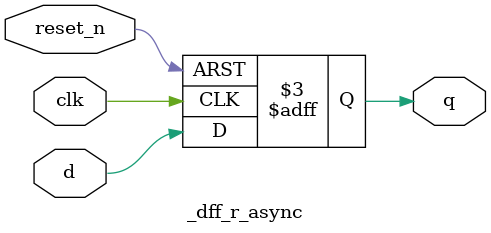
<source format=v>
module _dff_r_async(clk, reset_n, d, q);
	input clk, reset_n, d;
	output reg q;


	
	always @(posedge clk or negedge reset_n) begin
	if(reset_n==0)	q<=1'b0;
	else	q<=d;
	end
	
	
endmodule 
</source>
